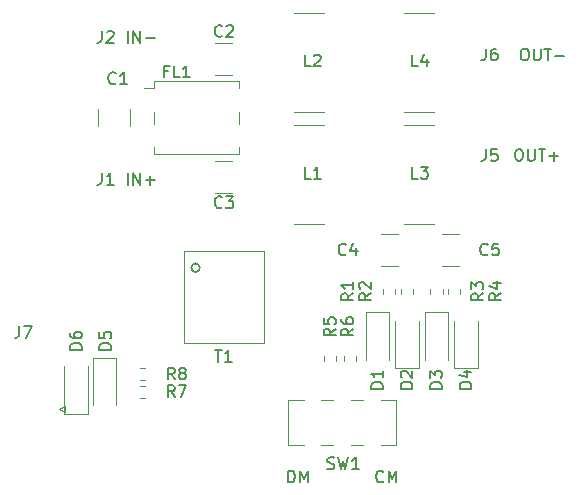
<source format=gbr>
%TF.GenerationSoftware,KiCad,Pcbnew,7.0.8-7.0.8~ubuntu22.04.1*%
%TF.CreationDate,2023-10-20T20:05:54+03:00*%
%TF.ProjectId,lisn,6c69736e-2e6b-4696-9361-645f70636258,rev?*%
%TF.SameCoordinates,PXa6e49c0PY6dac2c0*%
%TF.FileFunction,Legend,Top*%
%TF.FilePolarity,Positive*%
%FSLAX46Y46*%
G04 Gerber Fmt 4.6, Leading zero omitted, Abs format (unit mm)*
G04 Created by KiCad (PCBNEW 7.0.8-7.0.8~ubuntu22.04.1) date 2023-10-20 20:05:54*
%MOMM*%
%LPD*%
G01*
G04 APERTURE LIST*
%ADD10C,0.150000*%
%ADD11C,0.120000*%
G04 APERTURE END LIST*
D10*
X-16491793Y1425420D02*
X-16539412Y1377800D01*
X-16539412Y1377800D02*
X-16682269Y1330181D01*
X-16682269Y1330181D02*
X-16777507Y1330181D01*
X-16777507Y1330181D02*
X-16920364Y1377800D01*
X-16920364Y1377800D02*
X-17015602Y1473039D01*
X-17015602Y1473039D02*
X-17063221Y1568277D01*
X-17063221Y1568277D02*
X-17110840Y1758753D01*
X-17110840Y1758753D02*
X-17110840Y1901610D01*
X-17110840Y1901610D02*
X-17063221Y2092086D01*
X-17063221Y2092086D02*
X-17015602Y2187324D01*
X-17015602Y2187324D02*
X-16920364Y2282562D01*
X-16920364Y2282562D02*
X-16777507Y2330181D01*
X-16777507Y2330181D02*
X-16682269Y2330181D01*
X-16682269Y2330181D02*
X-16539412Y2282562D01*
X-16539412Y2282562D02*
X-16491793Y2234943D01*
X-16063221Y1330181D02*
X-16063221Y2330181D01*
X-16063221Y2330181D02*
X-15729888Y1615896D01*
X-15729888Y1615896D02*
X-15396555Y2330181D01*
X-15396555Y2330181D02*
X-15396555Y1330181D01*
X-24563221Y1330181D02*
X-24563221Y2330181D01*
X-24563221Y2330181D02*
X-24325126Y2330181D01*
X-24325126Y2330181D02*
X-24182269Y2282562D01*
X-24182269Y2282562D02*
X-24087031Y2187324D01*
X-24087031Y2187324D02*
X-24039412Y2092086D01*
X-24039412Y2092086D02*
X-23991793Y1901610D01*
X-23991793Y1901610D02*
X-23991793Y1758753D01*
X-23991793Y1758753D02*
X-24039412Y1568277D01*
X-24039412Y1568277D02*
X-24087031Y1473039D01*
X-24087031Y1473039D02*
X-24182269Y1377800D01*
X-24182269Y1377800D02*
X-24325126Y1330181D01*
X-24325126Y1330181D02*
X-24563221Y1330181D01*
X-23563221Y1330181D02*
X-23563221Y2330181D01*
X-23563221Y2330181D02*
X-23229888Y1615896D01*
X-23229888Y1615896D02*
X-22896555Y2330181D01*
X-22896555Y2330181D02*
X-22896555Y1330181D01*
X-30761905Y12545181D02*
X-30190477Y12545181D01*
X-30476191Y11545181D02*
X-30476191Y12545181D01*
X-29333334Y11545181D02*
X-29904762Y11545181D01*
X-29619048Y11545181D02*
X-29619048Y12545181D01*
X-29619048Y12545181D02*
X-29714286Y12402324D01*
X-29714286Y12402324D02*
X-29809524Y12307086D01*
X-29809524Y12307086D02*
X-29904762Y12259467D01*
X-40333334Y39545181D02*
X-40333334Y38830896D01*
X-40333334Y38830896D02*
X-40380953Y38688039D01*
X-40380953Y38688039D02*
X-40476191Y38592800D01*
X-40476191Y38592800D02*
X-40619048Y38545181D01*
X-40619048Y38545181D02*
X-40714286Y38545181D01*
X-39904762Y39449943D02*
X-39857143Y39497562D01*
X-39857143Y39497562D02*
X-39761905Y39545181D01*
X-39761905Y39545181D02*
X-39523810Y39545181D01*
X-39523810Y39545181D02*
X-39428572Y39497562D01*
X-39428572Y39497562D02*
X-39380953Y39449943D01*
X-39380953Y39449943D02*
X-39333334Y39354705D01*
X-39333334Y39354705D02*
X-39333334Y39259467D01*
X-39333334Y39259467D02*
X-39380953Y39116610D01*
X-39380953Y39116610D02*
X-39952381Y38545181D01*
X-39952381Y38545181D02*
X-39333334Y38545181D01*
X-38142857Y38545181D02*
X-38142857Y39545181D01*
X-37666667Y38545181D02*
X-37666667Y39545181D01*
X-37666667Y39545181D02*
X-37095239Y38545181D01*
X-37095239Y38545181D02*
X-37095239Y39545181D01*
X-36619048Y38926134D02*
X-35857143Y38926134D01*
X-40333334Y27545181D02*
X-40333334Y26830896D01*
X-40333334Y26830896D02*
X-40380953Y26688039D01*
X-40380953Y26688039D02*
X-40476191Y26592800D01*
X-40476191Y26592800D02*
X-40619048Y26545181D01*
X-40619048Y26545181D02*
X-40714286Y26545181D01*
X-39333334Y26545181D02*
X-39904762Y26545181D01*
X-39619048Y26545181D02*
X-39619048Y27545181D01*
X-39619048Y27545181D02*
X-39714286Y27402324D01*
X-39714286Y27402324D02*
X-39809524Y27307086D01*
X-39809524Y27307086D02*
X-39904762Y27259467D01*
X-38142857Y26545181D02*
X-38142857Y27545181D01*
X-37666667Y26545181D02*
X-37666667Y27545181D01*
X-37666667Y27545181D02*
X-37095239Y26545181D01*
X-37095239Y26545181D02*
X-37095239Y27545181D01*
X-36619048Y26926134D02*
X-35857143Y26926134D01*
X-36238096Y26545181D02*
X-36238096Y27307086D01*
X-21233333Y2492800D02*
X-21090476Y2445181D01*
X-21090476Y2445181D02*
X-20852381Y2445181D01*
X-20852381Y2445181D02*
X-20757143Y2492800D01*
X-20757143Y2492800D02*
X-20709524Y2540420D01*
X-20709524Y2540420D02*
X-20661905Y2635658D01*
X-20661905Y2635658D02*
X-20661905Y2730896D01*
X-20661905Y2730896D02*
X-20709524Y2826134D01*
X-20709524Y2826134D02*
X-20757143Y2873753D01*
X-20757143Y2873753D02*
X-20852381Y2921372D01*
X-20852381Y2921372D02*
X-21042857Y2968991D01*
X-21042857Y2968991D02*
X-21138095Y3016610D01*
X-21138095Y3016610D02*
X-21185714Y3064229D01*
X-21185714Y3064229D02*
X-21233333Y3159467D01*
X-21233333Y3159467D02*
X-21233333Y3254705D01*
X-21233333Y3254705D02*
X-21185714Y3349943D01*
X-21185714Y3349943D02*
X-21138095Y3397562D01*
X-21138095Y3397562D02*
X-21042857Y3445181D01*
X-21042857Y3445181D02*
X-20804762Y3445181D01*
X-20804762Y3445181D02*
X-20661905Y3397562D01*
X-20328571Y3445181D02*
X-20090476Y2445181D01*
X-20090476Y2445181D02*
X-19900000Y3159467D01*
X-19900000Y3159467D02*
X-19709524Y2445181D01*
X-19709524Y2445181D02*
X-19471428Y3445181D01*
X-18566667Y2445181D02*
X-19138095Y2445181D01*
X-18852381Y2445181D02*
X-18852381Y3445181D01*
X-18852381Y3445181D02*
X-18947619Y3302324D01*
X-18947619Y3302324D02*
X-19042857Y3207086D01*
X-19042857Y3207086D02*
X-19138095Y3159467D01*
X-34166667Y10045181D02*
X-34500000Y10521372D01*
X-34738095Y10045181D02*
X-34738095Y11045181D01*
X-34738095Y11045181D02*
X-34357143Y11045181D01*
X-34357143Y11045181D02*
X-34261905Y10997562D01*
X-34261905Y10997562D02*
X-34214286Y10949943D01*
X-34214286Y10949943D02*
X-34166667Y10854705D01*
X-34166667Y10854705D02*
X-34166667Y10711848D01*
X-34166667Y10711848D02*
X-34214286Y10616610D01*
X-34214286Y10616610D02*
X-34261905Y10568991D01*
X-34261905Y10568991D02*
X-34357143Y10521372D01*
X-34357143Y10521372D02*
X-34738095Y10521372D01*
X-33595238Y10616610D02*
X-33690476Y10664229D01*
X-33690476Y10664229D02*
X-33738095Y10711848D01*
X-33738095Y10711848D02*
X-33785714Y10807086D01*
X-33785714Y10807086D02*
X-33785714Y10854705D01*
X-33785714Y10854705D02*
X-33738095Y10949943D01*
X-33738095Y10949943D02*
X-33690476Y10997562D01*
X-33690476Y10997562D02*
X-33595238Y11045181D01*
X-33595238Y11045181D02*
X-33404762Y11045181D01*
X-33404762Y11045181D02*
X-33309524Y10997562D01*
X-33309524Y10997562D02*
X-33261905Y10949943D01*
X-33261905Y10949943D02*
X-33214286Y10854705D01*
X-33214286Y10854705D02*
X-33214286Y10807086D01*
X-33214286Y10807086D02*
X-33261905Y10711848D01*
X-33261905Y10711848D02*
X-33309524Y10664229D01*
X-33309524Y10664229D02*
X-33404762Y10616610D01*
X-33404762Y10616610D02*
X-33595238Y10616610D01*
X-33595238Y10616610D02*
X-33690476Y10568991D01*
X-33690476Y10568991D02*
X-33738095Y10521372D01*
X-33738095Y10521372D02*
X-33785714Y10426134D01*
X-33785714Y10426134D02*
X-33785714Y10235658D01*
X-33785714Y10235658D02*
X-33738095Y10140420D01*
X-33738095Y10140420D02*
X-33690476Y10092800D01*
X-33690476Y10092800D02*
X-33595238Y10045181D01*
X-33595238Y10045181D02*
X-33404762Y10045181D01*
X-33404762Y10045181D02*
X-33309524Y10092800D01*
X-33309524Y10092800D02*
X-33261905Y10140420D01*
X-33261905Y10140420D02*
X-33214286Y10235658D01*
X-33214286Y10235658D02*
X-33214286Y10426134D01*
X-33214286Y10426134D02*
X-33261905Y10521372D01*
X-33261905Y10521372D02*
X-33309524Y10568991D01*
X-33309524Y10568991D02*
X-33404762Y10616610D01*
X-34166667Y8545181D02*
X-34500000Y9021372D01*
X-34738095Y8545181D02*
X-34738095Y9545181D01*
X-34738095Y9545181D02*
X-34357143Y9545181D01*
X-34357143Y9545181D02*
X-34261905Y9497562D01*
X-34261905Y9497562D02*
X-34214286Y9449943D01*
X-34214286Y9449943D02*
X-34166667Y9354705D01*
X-34166667Y9354705D02*
X-34166667Y9211848D01*
X-34166667Y9211848D02*
X-34214286Y9116610D01*
X-34214286Y9116610D02*
X-34261905Y9068991D01*
X-34261905Y9068991D02*
X-34357143Y9021372D01*
X-34357143Y9021372D02*
X-34738095Y9021372D01*
X-33833333Y9545181D02*
X-33166667Y9545181D01*
X-33166667Y9545181D02*
X-33595238Y8545181D01*
X-20545181Y14333334D02*
X-21021372Y14000001D01*
X-20545181Y13761906D02*
X-21545181Y13761906D01*
X-21545181Y13761906D02*
X-21545181Y14142858D01*
X-21545181Y14142858D02*
X-21497562Y14238096D01*
X-21497562Y14238096D02*
X-21449943Y14285715D01*
X-21449943Y14285715D02*
X-21354705Y14333334D01*
X-21354705Y14333334D02*
X-21211848Y14333334D01*
X-21211848Y14333334D02*
X-21116610Y14285715D01*
X-21116610Y14285715D02*
X-21068991Y14238096D01*
X-21068991Y14238096D02*
X-21021372Y14142858D01*
X-21021372Y14142858D02*
X-21021372Y13761906D01*
X-21545181Y15238096D02*
X-21545181Y14761906D01*
X-21545181Y14761906D02*
X-21068991Y14714287D01*
X-21068991Y14714287D02*
X-21116610Y14761906D01*
X-21116610Y14761906D02*
X-21164229Y14857144D01*
X-21164229Y14857144D02*
X-21164229Y15095239D01*
X-21164229Y15095239D02*
X-21116610Y15190477D01*
X-21116610Y15190477D02*
X-21068991Y15238096D01*
X-21068991Y15238096D02*
X-20973753Y15285715D01*
X-20973753Y15285715D02*
X-20735658Y15285715D01*
X-20735658Y15285715D02*
X-20640420Y15238096D01*
X-20640420Y15238096D02*
X-20592800Y15190477D01*
X-20592800Y15190477D02*
X-20545181Y15095239D01*
X-20545181Y15095239D02*
X-20545181Y14857144D01*
X-20545181Y14857144D02*
X-20592800Y14761906D01*
X-20592800Y14761906D02*
X-20640420Y14714287D01*
X-6545181Y17333334D02*
X-7021372Y17000001D01*
X-6545181Y16761906D02*
X-7545181Y16761906D01*
X-7545181Y16761906D02*
X-7545181Y17142858D01*
X-7545181Y17142858D02*
X-7497562Y17238096D01*
X-7497562Y17238096D02*
X-7449943Y17285715D01*
X-7449943Y17285715D02*
X-7354705Y17333334D01*
X-7354705Y17333334D02*
X-7211848Y17333334D01*
X-7211848Y17333334D02*
X-7116610Y17285715D01*
X-7116610Y17285715D02*
X-7068991Y17238096D01*
X-7068991Y17238096D02*
X-7021372Y17142858D01*
X-7021372Y17142858D02*
X-7021372Y16761906D01*
X-7211848Y18190477D02*
X-6545181Y18190477D01*
X-7592800Y17952382D02*
X-6878515Y17714287D01*
X-6878515Y17714287D02*
X-6878515Y18333334D01*
X-8045181Y17333334D02*
X-8521372Y17000001D01*
X-8045181Y16761906D02*
X-9045181Y16761906D01*
X-9045181Y16761906D02*
X-9045181Y17142858D01*
X-9045181Y17142858D02*
X-8997562Y17238096D01*
X-8997562Y17238096D02*
X-8949943Y17285715D01*
X-8949943Y17285715D02*
X-8854705Y17333334D01*
X-8854705Y17333334D02*
X-8711848Y17333334D01*
X-8711848Y17333334D02*
X-8616610Y17285715D01*
X-8616610Y17285715D02*
X-8568991Y17238096D01*
X-8568991Y17238096D02*
X-8521372Y17142858D01*
X-8521372Y17142858D02*
X-8521372Y16761906D01*
X-9045181Y17666668D02*
X-9045181Y18285715D01*
X-9045181Y18285715D02*
X-8664229Y17952382D01*
X-8664229Y17952382D02*
X-8664229Y18095239D01*
X-8664229Y18095239D02*
X-8616610Y18190477D01*
X-8616610Y18190477D02*
X-8568991Y18238096D01*
X-8568991Y18238096D02*
X-8473753Y18285715D01*
X-8473753Y18285715D02*
X-8235658Y18285715D01*
X-8235658Y18285715D02*
X-8140420Y18238096D01*
X-8140420Y18238096D02*
X-8092800Y18190477D01*
X-8092800Y18190477D02*
X-8045181Y18095239D01*
X-8045181Y18095239D02*
X-8045181Y17809525D01*
X-8045181Y17809525D02*
X-8092800Y17714287D01*
X-8092800Y17714287D02*
X-8140420Y17666668D01*
X-17545181Y17333334D02*
X-18021372Y17000001D01*
X-17545181Y16761906D02*
X-18545181Y16761906D01*
X-18545181Y16761906D02*
X-18545181Y17142858D01*
X-18545181Y17142858D02*
X-18497562Y17238096D01*
X-18497562Y17238096D02*
X-18449943Y17285715D01*
X-18449943Y17285715D02*
X-18354705Y17333334D01*
X-18354705Y17333334D02*
X-18211848Y17333334D01*
X-18211848Y17333334D02*
X-18116610Y17285715D01*
X-18116610Y17285715D02*
X-18068991Y17238096D01*
X-18068991Y17238096D02*
X-18021372Y17142858D01*
X-18021372Y17142858D02*
X-18021372Y16761906D01*
X-18449943Y17714287D02*
X-18497562Y17761906D01*
X-18497562Y17761906D02*
X-18545181Y17857144D01*
X-18545181Y17857144D02*
X-18545181Y18095239D01*
X-18545181Y18095239D02*
X-18497562Y18190477D01*
X-18497562Y18190477D02*
X-18449943Y18238096D01*
X-18449943Y18238096D02*
X-18354705Y18285715D01*
X-18354705Y18285715D02*
X-18259467Y18285715D01*
X-18259467Y18285715D02*
X-18116610Y18238096D01*
X-18116610Y18238096D02*
X-17545181Y17666668D01*
X-17545181Y17666668D02*
X-17545181Y18285715D01*
X-19045181Y17333334D02*
X-19521372Y17000001D01*
X-19045181Y16761906D02*
X-20045181Y16761906D01*
X-20045181Y16761906D02*
X-20045181Y17142858D01*
X-20045181Y17142858D02*
X-19997562Y17238096D01*
X-19997562Y17238096D02*
X-19949943Y17285715D01*
X-19949943Y17285715D02*
X-19854705Y17333334D01*
X-19854705Y17333334D02*
X-19711848Y17333334D01*
X-19711848Y17333334D02*
X-19616610Y17285715D01*
X-19616610Y17285715D02*
X-19568991Y17238096D01*
X-19568991Y17238096D02*
X-19521372Y17142858D01*
X-19521372Y17142858D02*
X-19521372Y16761906D01*
X-19045181Y18285715D02*
X-19045181Y17714287D01*
X-19045181Y18000001D02*
X-20045181Y18000001D01*
X-20045181Y18000001D02*
X-19902324Y17904763D01*
X-19902324Y17904763D02*
X-19807086Y17809525D01*
X-19807086Y17809525D02*
X-19759467Y17714287D01*
X-13576667Y36545181D02*
X-14052857Y36545181D01*
X-14052857Y36545181D02*
X-14052857Y37545181D01*
X-12814762Y37211848D02*
X-12814762Y36545181D01*
X-13052857Y37592800D02*
X-13290952Y36878515D01*
X-13290952Y36878515D02*
X-12671905Y36878515D01*
X-13576667Y27045181D02*
X-14052857Y27045181D01*
X-14052857Y27045181D02*
X-14052857Y28045181D01*
X-13338571Y28045181D02*
X-12719524Y28045181D01*
X-12719524Y28045181D02*
X-13052857Y27664229D01*
X-13052857Y27664229D02*
X-12910000Y27664229D01*
X-12910000Y27664229D02*
X-12814762Y27616610D01*
X-12814762Y27616610D02*
X-12767143Y27568991D01*
X-12767143Y27568991D02*
X-12719524Y27473753D01*
X-12719524Y27473753D02*
X-12719524Y27235658D01*
X-12719524Y27235658D02*
X-12767143Y27140420D01*
X-12767143Y27140420D02*
X-12814762Y27092800D01*
X-12814762Y27092800D02*
X-12910000Y27045181D01*
X-12910000Y27045181D02*
X-13195714Y27045181D01*
X-13195714Y27045181D02*
X-13290952Y27092800D01*
X-13290952Y27092800D02*
X-13338571Y27140420D01*
X-42045181Y12561906D02*
X-43045181Y12561906D01*
X-43045181Y12561906D02*
X-43045181Y12800001D01*
X-43045181Y12800001D02*
X-42997562Y12942858D01*
X-42997562Y12942858D02*
X-42902324Y13038096D01*
X-42902324Y13038096D02*
X-42807086Y13085715D01*
X-42807086Y13085715D02*
X-42616610Y13133334D01*
X-42616610Y13133334D02*
X-42473753Y13133334D01*
X-42473753Y13133334D02*
X-42283277Y13085715D01*
X-42283277Y13085715D02*
X-42188039Y13038096D01*
X-42188039Y13038096D02*
X-42092800Y12942858D01*
X-42092800Y12942858D02*
X-42045181Y12800001D01*
X-42045181Y12800001D02*
X-42045181Y12561906D01*
X-43045181Y13990477D02*
X-43045181Y13800001D01*
X-43045181Y13800001D02*
X-42997562Y13704763D01*
X-42997562Y13704763D02*
X-42949943Y13657144D01*
X-42949943Y13657144D02*
X-42807086Y13561906D01*
X-42807086Y13561906D02*
X-42616610Y13514287D01*
X-42616610Y13514287D02*
X-42235658Y13514287D01*
X-42235658Y13514287D02*
X-42140420Y13561906D01*
X-42140420Y13561906D02*
X-42092800Y13609525D01*
X-42092800Y13609525D02*
X-42045181Y13704763D01*
X-42045181Y13704763D02*
X-42045181Y13895239D01*
X-42045181Y13895239D02*
X-42092800Y13990477D01*
X-42092800Y13990477D02*
X-42140420Y14038096D01*
X-42140420Y14038096D02*
X-42235658Y14085715D01*
X-42235658Y14085715D02*
X-42473753Y14085715D01*
X-42473753Y14085715D02*
X-42568991Y14038096D01*
X-42568991Y14038096D02*
X-42616610Y13990477D01*
X-42616610Y13990477D02*
X-42664229Y13895239D01*
X-42664229Y13895239D02*
X-42664229Y13704763D01*
X-42664229Y13704763D02*
X-42616610Y13609525D01*
X-42616610Y13609525D02*
X-42568991Y13561906D01*
X-42568991Y13561906D02*
X-42473753Y13514287D01*
X-39545181Y12561906D02*
X-40545181Y12561906D01*
X-40545181Y12561906D02*
X-40545181Y12800001D01*
X-40545181Y12800001D02*
X-40497562Y12942858D01*
X-40497562Y12942858D02*
X-40402324Y13038096D01*
X-40402324Y13038096D02*
X-40307086Y13085715D01*
X-40307086Y13085715D02*
X-40116610Y13133334D01*
X-40116610Y13133334D02*
X-39973753Y13133334D01*
X-39973753Y13133334D02*
X-39783277Y13085715D01*
X-39783277Y13085715D02*
X-39688039Y13038096D01*
X-39688039Y13038096D02*
X-39592800Y12942858D01*
X-39592800Y12942858D02*
X-39545181Y12800001D01*
X-39545181Y12800001D02*
X-39545181Y12561906D01*
X-40545181Y14038096D02*
X-40545181Y13561906D01*
X-40545181Y13561906D02*
X-40068991Y13514287D01*
X-40068991Y13514287D02*
X-40116610Y13561906D01*
X-40116610Y13561906D02*
X-40164229Y13657144D01*
X-40164229Y13657144D02*
X-40164229Y13895239D01*
X-40164229Y13895239D02*
X-40116610Y13990477D01*
X-40116610Y13990477D02*
X-40068991Y14038096D01*
X-40068991Y14038096D02*
X-39973753Y14085715D01*
X-39973753Y14085715D02*
X-39735658Y14085715D01*
X-39735658Y14085715D02*
X-39640420Y14038096D01*
X-39640420Y14038096D02*
X-39592800Y13990477D01*
X-39592800Y13990477D02*
X-39545181Y13895239D01*
X-39545181Y13895239D02*
X-39545181Y13657144D01*
X-39545181Y13657144D02*
X-39592800Y13561906D01*
X-39592800Y13561906D02*
X-39640420Y13514287D01*
X-9045181Y9261906D02*
X-10045181Y9261906D01*
X-10045181Y9261906D02*
X-10045181Y9500001D01*
X-10045181Y9500001D02*
X-9997562Y9642858D01*
X-9997562Y9642858D02*
X-9902324Y9738096D01*
X-9902324Y9738096D02*
X-9807086Y9785715D01*
X-9807086Y9785715D02*
X-9616610Y9833334D01*
X-9616610Y9833334D02*
X-9473753Y9833334D01*
X-9473753Y9833334D02*
X-9283277Y9785715D01*
X-9283277Y9785715D02*
X-9188039Y9738096D01*
X-9188039Y9738096D02*
X-9092800Y9642858D01*
X-9092800Y9642858D02*
X-9045181Y9500001D01*
X-9045181Y9500001D02*
X-9045181Y9261906D01*
X-9711848Y10690477D02*
X-9045181Y10690477D01*
X-10092800Y10452382D02*
X-9378515Y10214287D01*
X-9378515Y10214287D02*
X-9378515Y10833334D01*
X-11545181Y9261906D02*
X-12545181Y9261906D01*
X-12545181Y9261906D02*
X-12545181Y9500001D01*
X-12545181Y9500001D02*
X-12497562Y9642858D01*
X-12497562Y9642858D02*
X-12402324Y9738096D01*
X-12402324Y9738096D02*
X-12307086Y9785715D01*
X-12307086Y9785715D02*
X-12116610Y9833334D01*
X-12116610Y9833334D02*
X-11973753Y9833334D01*
X-11973753Y9833334D02*
X-11783277Y9785715D01*
X-11783277Y9785715D02*
X-11688039Y9738096D01*
X-11688039Y9738096D02*
X-11592800Y9642858D01*
X-11592800Y9642858D02*
X-11545181Y9500001D01*
X-11545181Y9500001D02*
X-11545181Y9261906D01*
X-12545181Y10166668D02*
X-12545181Y10785715D01*
X-12545181Y10785715D02*
X-12164229Y10452382D01*
X-12164229Y10452382D02*
X-12164229Y10595239D01*
X-12164229Y10595239D02*
X-12116610Y10690477D01*
X-12116610Y10690477D02*
X-12068991Y10738096D01*
X-12068991Y10738096D02*
X-11973753Y10785715D01*
X-11973753Y10785715D02*
X-11735658Y10785715D01*
X-11735658Y10785715D02*
X-11640420Y10738096D01*
X-11640420Y10738096D02*
X-11592800Y10690477D01*
X-11592800Y10690477D02*
X-11545181Y10595239D01*
X-11545181Y10595239D02*
X-11545181Y10309525D01*
X-11545181Y10309525D02*
X-11592800Y10214287D01*
X-11592800Y10214287D02*
X-11640420Y10166668D01*
X-14045181Y9261906D02*
X-15045181Y9261906D01*
X-15045181Y9261906D02*
X-15045181Y9500001D01*
X-15045181Y9500001D02*
X-14997562Y9642858D01*
X-14997562Y9642858D02*
X-14902324Y9738096D01*
X-14902324Y9738096D02*
X-14807086Y9785715D01*
X-14807086Y9785715D02*
X-14616610Y9833334D01*
X-14616610Y9833334D02*
X-14473753Y9833334D01*
X-14473753Y9833334D02*
X-14283277Y9785715D01*
X-14283277Y9785715D02*
X-14188039Y9738096D01*
X-14188039Y9738096D02*
X-14092800Y9642858D01*
X-14092800Y9642858D02*
X-14045181Y9500001D01*
X-14045181Y9500001D02*
X-14045181Y9261906D01*
X-14949943Y10214287D02*
X-14997562Y10261906D01*
X-14997562Y10261906D02*
X-15045181Y10357144D01*
X-15045181Y10357144D02*
X-15045181Y10595239D01*
X-15045181Y10595239D02*
X-14997562Y10690477D01*
X-14997562Y10690477D02*
X-14949943Y10738096D01*
X-14949943Y10738096D02*
X-14854705Y10785715D01*
X-14854705Y10785715D02*
X-14759467Y10785715D01*
X-14759467Y10785715D02*
X-14616610Y10738096D01*
X-14616610Y10738096D02*
X-14045181Y10166668D01*
X-14045181Y10166668D02*
X-14045181Y10785715D01*
X-16545181Y9261906D02*
X-17545181Y9261906D01*
X-17545181Y9261906D02*
X-17545181Y9500001D01*
X-17545181Y9500001D02*
X-17497562Y9642858D01*
X-17497562Y9642858D02*
X-17402324Y9738096D01*
X-17402324Y9738096D02*
X-17307086Y9785715D01*
X-17307086Y9785715D02*
X-17116610Y9833334D01*
X-17116610Y9833334D02*
X-16973753Y9833334D01*
X-16973753Y9833334D02*
X-16783277Y9785715D01*
X-16783277Y9785715D02*
X-16688039Y9738096D01*
X-16688039Y9738096D02*
X-16592800Y9642858D01*
X-16592800Y9642858D02*
X-16545181Y9500001D01*
X-16545181Y9500001D02*
X-16545181Y9261906D01*
X-16545181Y10785715D02*
X-16545181Y10214287D01*
X-16545181Y10500001D02*
X-17545181Y10500001D01*
X-17545181Y10500001D02*
X-17402324Y10404763D01*
X-17402324Y10404763D02*
X-17307086Y10309525D01*
X-17307086Y10309525D02*
X-17259467Y10214287D01*
X-19045181Y14333334D02*
X-19521372Y14000001D01*
X-19045181Y13761906D02*
X-20045181Y13761906D01*
X-20045181Y13761906D02*
X-20045181Y14142858D01*
X-20045181Y14142858D02*
X-19997562Y14238096D01*
X-19997562Y14238096D02*
X-19949943Y14285715D01*
X-19949943Y14285715D02*
X-19854705Y14333334D01*
X-19854705Y14333334D02*
X-19711848Y14333334D01*
X-19711848Y14333334D02*
X-19616610Y14285715D01*
X-19616610Y14285715D02*
X-19568991Y14238096D01*
X-19568991Y14238096D02*
X-19521372Y14142858D01*
X-19521372Y14142858D02*
X-19521372Y13761906D01*
X-20045181Y15190477D02*
X-20045181Y15000001D01*
X-20045181Y15000001D02*
X-19997562Y14904763D01*
X-19997562Y14904763D02*
X-19949943Y14857144D01*
X-19949943Y14857144D02*
X-19807086Y14761906D01*
X-19807086Y14761906D02*
X-19616610Y14714287D01*
X-19616610Y14714287D02*
X-19235658Y14714287D01*
X-19235658Y14714287D02*
X-19140420Y14761906D01*
X-19140420Y14761906D02*
X-19092800Y14809525D01*
X-19092800Y14809525D02*
X-19045181Y14904763D01*
X-19045181Y14904763D02*
X-19045181Y15095239D01*
X-19045181Y15095239D02*
X-19092800Y15190477D01*
X-19092800Y15190477D02*
X-19140420Y15238096D01*
X-19140420Y15238096D02*
X-19235658Y15285715D01*
X-19235658Y15285715D02*
X-19473753Y15285715D01*
X-19473753Y15285715D02*
X-19568991Y15238096D01*
X-19568991Y15238096D02*
X-19616610Y15190477D01*
X-19616610Y15190477D02*
X-19664229Y15095239D01*
X-19664229Y15095239D02*
X-19664229Y14904763D01*
X-19664229Y14904763D02*
X-19616610Y14809525D01*
X-19616610Y14809525D02*
X-19568991Y14761906D01*
X-19568991Y14761906D02*
X-19473753Y14714287D01*
X-22666667Y36545181D02*
X-23142857Y36545181D01*
X-23142857Y36545181D02*
X-23142857Y37545181D01*
X-22380952Y37449943D02*
X-22333333Y37497562D01*
X-22333333Y37497562D02*
X-22238095Y37545181D01*
X-22238095Y37545181D02*
X-22000000Y37545181D01*
X-22000000Y37545181D02*
X-21904762Y37497562D01*
X-21904762Y37497562D02*
X-21857143Y37449943D01*
X-21857143Y37449943D02*
X-21809524Y37354705D01*
X-21809524Y37354705D02*
X-21809524Y37259467D01*
X-21809524Y37259467D02*
X-21857143Y37116610D01*
X-21857143Y37116610D02*
X-22428571Y36545181D01*
X-22428571Y36545181D02*
X-21809524Y36545181D01*
X-22666667Y27045181D02*
X-23142857Y27045181D01*
X-23142857Y27045181D02*
X-23142857Y28045181D01*
X-21809524Y27045181D02*
X-22380952Y27045181D01*
X-22095238Y27045181D02*
X-22095238Y28045181D01*
X-22095238Y28045181D02*
X-22190476Y27902324D01*
X-22190476Y27902324D02*
X-22285714Y27807086D01*
X-22285714Y27807086D02*
X-22380952Y27759467D01*
X-7833334Y38045181D02*
X-7833334Y37330896D01*
X-7833334Y37330896D02*
X-7880953Y37188039D01*
X-7880953Y37188039D02*
X-7976191Y37092800D01*
X-7976191Y37092800D02*
X-8119048Y37045181D01*
X-8119048Y37045181D02*
X-8214286Y37045181D01*
X-6928572Y38045181D02*
X-7119048Y38045181D01*
X-7119048Y38045181D02*
X-7214286Y37997562D01*
X-7214286Y37997562D02*
X-7261905Y37949943D01*
X-7261905Y37949943D02*
X-7357143Y37807086D01*
X-7357143Y37807086D02*
X-7404762Y37616610D01*
X-7404762Y37616610D02*
X-7404762Y37235658D01*
X-7404762Y37235658D02*
X-7357143Y37140420D01*
X-7357143Y37140420D02*
X-7309524Y37092800D01*
X-7309524Y37092800D02*
X-7214286Y37045181D01*
X-7214286Y37045181D02*
X-7023810Y37045181D01*
X-7023810Y37045181D02*
X-6928572Y37092800D01*
X-6928572Y37092800D02*
X-6880953Y37140420D01*
X-6880953Y37140420D02*
X-6833334Y37235658D01*
X-6833334Y37235658D02*
X-6833334Y37473753D01*
X-6833334Y37473753D02*
X-6880953Y37568991D01*
X-6880953Y37568991D02*
X-6928572Y37616610D01*
X-6928572Y37616610D02*
X-7023810Y37664229D01*
X-7023810Y37664229D02*
X-7214286Y37664229D01*
X-7214286Y37664229D02*
X-7309524Y37616610D01*
X-7309524Y37616610D02*
X-7357143Y37568991D01*
X-7357143Y37568991D02*
X-7404762Y37473753D01*
X-4619048Y38045181D02*
X-4428572Y38045181D01*
X-4428572Y38045181D02*
X-4333334Y37997562D01*
X-4333334Y37997562D02*
X-4238096Y37902324D01*
X-4238096Y37902324D02*
X-4190477Y37711848D01*
X-4190477Y37711848D02*
X-4190477Y37378515D01*
X-4190477Y37378515D02*
X-4238096Y37188039D01*
X-4238096Y37188039D02*
X-4333334Y37092800D01*
X-4333334Y37092800D02*
X-4428572Y37045181D01*
X-4428572Y37045181D02*
X-4619048Y37045181D01*
X-4619048Y37045181D02*
X-4714286Y37092800D01*
X-4714286Y37092800D02*
X-4809524Y37188039D01*
X-4809524Y37188039D02*
X-4857143Y37378515D01*
X-4857143Y37378515D02*
X-4857143Y37711848D01*
X-4857143Y37711848D02*
X-4809524Y37902324D01*
X-4809524Y37902324D02*
X-4714286Y37997562D01*
X-4714286Y37997562D02*
X-4619048Y38045181D01*
X-3761905Y38045181D02*
X-3761905Y37235658D01*
X-3761905Y37235658D02*
X-3714286Y37140420D01*
X-3714286Y37140420D02*
X-3666667Y37092800D01*
X-3666667Y37092800D02*
X-3571429Y37045181D01*
X-3571429Y37045181D02*
X-3380953Y37045181D01*
X-3380953Y37045181D02*
X-3285715Y37092800D01*
X-3285715Y37092800D02*
X-3238096Y37140420D01*
X-3238096Y37140420D02*
X-3190477Y37235658D01*
X-3190477Y37235658D02*
X-3190477Y38045181D01*
X-2857143Y38045181D02*
X-2285715Y38045181D01*
X-2571429Y37045181D02*
X-2571429Y38045181D01*
X-1952381Y37426134D02*
X-1190476Y37426134D01*
X-7833334Y29545181D02*
X-7833334Y28830896D01*
X-7833334Y28830896D02*
X-7880953Y28688039D01*
X-7880953Y28688039D02*
X-7976191Y28592800D01*
X-7976191Y28592800D02*
X-8119048Y28545181D01*
X-8119048Y28545181D02*
X-8214286Y28545181D01*
X-6880953Y29545181D02*
X-7357143Y29545181D01*
X-7357143Y29545181D02*
X-7404762Y29068991D01*
X-7404762Y29068991D02*
X-7357143Y29116610D01*
X-7357143Y29116610D02*
X-7261905Y29164229D01*
X-7261905Y29164229D02*
X-7023810Y29164229D01*
X-7023810Y29164229D02*
X-6928572Y29116610D01*
X-6928572Y29116610D02*
X-6880953Y29068991D01*
X-6880953Y29068991D02*
X-6833334Y28973753D01*
X-6833334Y28973753D02*
X-6833334Y28735658D01*
X-6833334Y28735658D02*
X-6880953Y28640420D01*
X-6880953Y28640420D02*
X-6928572Y28592800D01*
X-6928572Y28592800D02*
X-7023810Y28545181D01*
X-7023810Y28545181D02*
X-7261905Y28545181D01*
X-7261905Y28545181D02*
X-7357143Y28592800D01*
X-7357143Y28592800D02*
X-7404762Y28640420D01*
X-5119048Y29545181D02*
X-4928572Y29545181D01*
X-4928572Y29545181D02*
X-4833334Y29497562D01*
X-4833334Y29497562D02*
X-4738096Y29402324D01*
X-4738096Y29402324D02*
X-4690477Y29211848D01*
X-4690477Y29211848D02*
X-4690477Y28878515D01*
X-4690477Y28878515D02*
X-4738096Y28688039D01*
X-4738096Y28688039D02*
X-4833334Y28592800D01*
X-4833334Y28592800D02*
X-4928572Y28545181D01*
X-4928572Y28545181D02*
X-5119048Y28545181D01*
X-5119048Y28545181D02*
X-5214286Y28592800D01*
X-5214286Y28592800D02*
X-5309524Y28688039D01*
X-5309524Y28688039D02*
X-5357143Y28878515D01*
X-5357143Y28878515D02*
X-5357143Y29211848D01*
X-5357143Y29211848D02*
X-5309524Y29402324D01*
X-5309524Y29402324D02*
X-5214286Y29497562D01*
X-5214286Y29497562D02*
X-5119048Y29545181D01*
X-4261905Y29545181D02*
X-4261905Y28735658D01*
X-4261905Y28735658D02*
X-4214286Y28640420D01*
X-4214286Y28640420D02*
X-4166667Y28592800D01*
X-4166667Y28592800D02*
X-4071429Y28545181D01*
X-4071429Y28545181D02*
X-3880953Y28545181D01*
X-3880953Y28545181D02*
X-3785715Y28592800D01*
X-3785715Y28592800D02*
X-3738096Y28640420D01*
X-3738096Y28640420D02*
X-3690477Y28735658D01*
X-3690477Y28735658D02*
X-3690477Y29545181D01*
X-3357143Y29545181D02*
X-2785715Y29545181D01*
X-3071429Y28545181D02*
X-3071429Y29545181D01*
X-2452381Y28926134D02*
X-1690476Y28926134D01*
X-2071429Y28545181D02*
X-2071429Y29307086D01*
X-47333334Y14545181D02*
X-47333334Y13830896D01*
X-47333334Y13830896D02*
X-47380953Y13688039D01*
X-47380953Y13688039D02*
X-47476191Y13592800D01*
X-47476191Y13592800D02*
X-47619048Y13545181D01*
X-47619048Y13545181D02*
X-47714286Y13545181D01*
X-46952381Y14545181D02*
X-46285715Y14545181D01*
X-46285715Y14545181D02*
X-46714286Y13545181D01*
X-34738096Y36138991D02*
X-35071429Y36138991D01*
X-35071429Y35615181D02*
X-35071429Y36615181D01*
X-35071429Y36615181D02*
X-34595239Y36615181D01*
X-33738096Y35615181D02*
X-34214286Y35615181D01*
X-34214286Y35615181D02*
X-34214286Y36615181D01*
X-32880953Y35615181D02*
X-33452381Y35615181D01*
X-33166667Y35615181D02*
X-33166667Y36615181D01*
X-33166667Y36615181D02*
X-33261905Y36472324D01*
X-33261905Y36472324D02*
X-33357143Y36377086D01*
X-33357143Y36377086D02*
X-33452381Y36329467D01*
X-7666667Y20640420D02*
X-7714286Y20592800D01*
X-7714286Y20592800D02*
X-7857143Y20545181D01*
X-7857143Y20545181D02*
X-7952381Y20545181D01*
X-7952381Y20545181D02*
X-8095238Y20592800D01*
X-8095238Y20592800D02*
X-8190476Y20688039D01*
X-8190476Y20688039D02*
X-8238095Y20783277D01*
X-8238095Y20783277D02*
X-8285714Y20973753D01*
X-8285714Y20973753D02*
X-8285714Y21116610D01*
X-8285714Y21116610D02*
X-8238095Y21307086D01*
X-8238095Y21307086D02*
X-8190476Y21402324D01*
X-8190476Y21402324D02*
X-8095238Y21497562D01*
X-8095238Y21497562D02*
X-7952381Y21545181D01*
X-7952381Y21545181D02*
X-7857143Y21545181D01*
X-7857143Y21545181D02*
X-7714286Y21497562D01*
X-7714286Y21497562D02*
X-7666667Y21449943D01*
X-6761905Y21545181D02*
X-7238095Y21545181D01*
X-7238095Y21545181D02*
X-7285714Y21068991D01*
X-7285714Y21068991D02*
X-7238095Y21116610D01*
X-7238095Y21116610D02*
X-7142857Y21164229D01*
X-7142857Y21164229D02*
X-6904762Y21164229D01*
X-6904762Y21164229D02*
X-6809524Y21116610D01*
X-6809524Y21116610D02*
X-6761905Y21068991D01*
X-6761905Y21068991D02*
X-6714286Y20973753D01*
X-6714286Y20973753D02*
X-6714286Y20735658D01*
X-6714286Y20735658D02*
X-6761905Y20640420D01*
X-6761905Y20640420D02*
X-6809524Y20592800D01*
X-6809524Y20592800D02*
X-6904762Y20545181D01*
X-6904762Y20545181D02*
X-7142857Y20545181D01*
X-7142857Y20545181D02*
X-7238095Y20592800D01*
X-7238095Y20592800D02*
X-7285714Y20640420D01*
X-19666667Y20640420D02*
X-19714286Y20592800D01*
X-19714286Y20592800D02*
X-19857143Y20545181D01*
X-19857143Y20545181D02*
X-19952381Y20545181D01*
X-19952381Y20545181D02*
X-20095238Y20592800D01*
X-20095238Y20592800D02*
X-20190476Y20688039D01*
X-20190476Y20688039D02*
X-20238095Y20783277D01*
X-20238095Y20783277D02*
X-20285714Y20973753D01*
X-20285714Y20973753D02*
X-20285714Y21116610D01*
X-20285714Y21116610D02*
X-20238095Y21307086D01*
X-20238095Y21307086D02*
X-20190476Y21402324D01*
X-20190476Y21402324D02*
X-20095238Y21497562D01*
X-20095238Y21497562D02*
X-19952381Y21545181D01*
X-19952381Y21545181D02*
X-19857143Y21545181D01*
X-19857143Y21545181D02*
X-19714286Y21497562D01*
X-19714286Y21497562D02*
X-19666667Y21449943D01*
X-18809524Y21211848D02*
X-18809524Y20545181D01*
X-19047619Y21592800D02*
X-19285714Y20878515D01*
X-19285714Y20878515D02*
X-18666667Y20878515D01*
X-30166667Y24640420D02*
X-30214286Y24592800D01*
X-30214286Y24592800D02*
X-30357143Y24545181D01*
X-30357143Y24545181D02*
X-30452381Y24545181D01*
X-30452381Y24545181D02*
X-30595238Y24592800D01*
X-30595238Y24592800D02*
X-30690476Y24688039D01*
X-30690476Y24688039D02*
X-30738095Y24783277D01*
X-30738095Y24783277D02*
X-30785714Y24973753D01*
X-30785714Y24973753D02*
X-30785714Y25116610D01*
X-30785714Y25116610D02*
X-30738095Y25307086D01*
X-30738095Y25307086D02*
X-30690476Y25402324D01*
X-30690476Y25402324D02*
X-30595238Y25497562D01*
X-30595238Y25497562D02*
X-30452381Y25545181D01*
X-30452381Y25545181D02*
X-30357143Y25545181D01*
X-30357143Y25545181D02*
X-30214286Y25497562D01*
X-30214286Y25497562D02*
X-30166667Y25449943D01*
X-29833333Y25545181D02*
X-29214286Y25545181D01*
X-29214286Y25545181D02*
X-29547619Y25164229D01*
X-29547619Y25164229D02*
X-29404762Y25164229D01*
X-29404762Y25164229D02*
X-29309524Y25116610D01*
X-29309524Y25116610D02*
X-29261905Y25068991D01*
X-29261905Y25068991D02*
X-29214286Y24973753D01*
X-29214286Y24973753D02*
X-29214286Y24735658D01*
X-29214286Y24735658D02*
X-29261905Y24640420D01*
X-29261905Y24640420D02*
X-29309524Y24592800D01*
X-29309524Y24592800D02*
X-29404762Y24545181D01*
X-29404762Y24545181D02*
X-29690476Y24545181D01*
X-29690476Y24545181D02*
X-29785714Y24592800D01*
X-29785714Y24592800D02*
X-29833333Y24640420D01*
X-30166667Y39140420D02*
X-30214286Y39092800D01*
X-30214286Y39092800D02*
X-30357143Y39045181D01*
X-30357143Y39045181D02*
X-30452381Y39045181D01*
X-30452381Y39045181D02*
X-30595238Y39092800D01*
X-30595238Y39092800D02*
X-30690476Y39188039D01*
X-30690476Y39188039D02*
X-30738095Y39283277D01*
X-30738095Y39283277D02*
X-30785714Y39473753D01*
X-30785714Y39473753D02*
X-30785714Y39616610D01*
X-30785714Y39616610D02*
X-30738095Y39807086D01*
X-30738095Y39807086D02*
X-30690476Y39902324D01*
X-30690476Y39902324D02*
X-30595238Y39997562D01*
X-30595238Y39997562D02*
X-30452381Y40045181D01*
X-30452381Y40045181D02*
X-30357143Y40045181D01*
X-30357143Y40045181D02*
X-30214286Y39997562D01*
X-30214286Y39997562D02*
X-30166667Y39949943D01*
X-29785714Y39949943D02*
X-29738095Y39997562D01*
X-29738095Y39997562D02*
X-29642857Y40045181D01*
X-29642857Y40045181D02*
X-29404762Y40045181D01*
X-29404762Y40045181D02*
X-29309524Y39997562D01*
X-29309524Y39997562D02*
X-29261905Y39949943D01*
X-29261905Y39949943D02*
X-29214286Y39854705D01*
X-29214286Y39854705D02*
X-29214286Y39759467D01*
X-29214286Y39759467D02*
X-29261905Y39616610D01*
X-29261905Y39616610D02*
X-29833333Y39045181D01*
X-29833333Y39045181D02*
X-29214286Y39045181D01*
X-39166667Y35140420D02*
X-39214286Y35092800D01*
X-39214286Y35092800D02*
X-39357143Y35045181D01*
X-39357143Y35045181D02*
X-39452381Y35045181D01*
X-39452381Y35045181D02*
X-39595238Y35092800D01*
X-39595238Y35092800D02*
X-39690476Y35188039D01*
X-39690476Y35188039D02*
X-39738095Y35283277D01*
X-39738095Y35283277D02*
X-39785714Y35473753D01*
X-39785714Y35473753D02*
X-39785714Y35616610D01*
X-39785714Y35616610D02*
X-39738095Y35807086D01*
X-39738095Y35807086D02*
X-39690476Y35902324D01*
X-39690476Y35902324D02*
X-39595238Y35997562D01*
X-39595238Y35997562D02*
X-39452381Y36045181D01*
X-39452381Y36045181D02*
X-39357143Y36045181D01*
X-39357143Y36045181D02*
X-39214286Y35997562D01*
X-39214286Y35997562D02*
X-39166667Y35949943D01*
X-38214286Y35045181D02*
X-38785714Y35045181D01*
X-38500000Y35045181D02*
X-38500000Y36045181D01*
X-38500000Y36045181D02*
X-38595238Y35902324D01*
X-38595238Y35902324D02*
X-38690476Y35807086D01*
X-38690476Y35807086D02*
X-38785714Y35759467D01*
D11*
%TO.C,T1*%
X-33400000Y20900000D02*
X-26600000Y20900000D01*
X-33400000Y13100000D02*
X-33400000Y20900000D01*
X-26600000Y20900000D02*
X-26600000Y13100000D01*
X-26600000Y13100000D02*
X-33400000Y13100000D01*
D10*
X-32039445Y19500000D02*
G75*
G03*
X-32039445Y19500000I-360555J0D01*
G01*
D11*
%TO.C,SW1*%
X-15390000Y4490000D02*
X-15390000Y8310000D01*
X-15390000Y8310000D02*
X-16740000Y8310000D01*
X-16740000Y4490000D02*
X-15390000Y4490000D01*
X-19240000Y4490000D02*
X-18260000Y4490000D01*
X-19240000Y8310000D02*
X-18260000Y8310000D01*
X-21740000Y4490000D02*
X-20760000Y4490000D01*
X-21740000Y8310000D02*
X-20760000Y8310000D01*
X-24610000Y4490000D02*
X-23260000Y4490000D01*
X-24610000Y4490000D02*
X-24610000Y8310000D01*
X-24610000Y8310000D02*
X-23260000Y8310000D01*
%TO.C,R8*%
X-36662742Y11022500D02*
X-37137258Y11022500D01*
X-36662742Y9977500D02*
X-37137258Y9977500D01*
%TO.C,R7*%
X-36662742Y9522500D02*
X-37137258Y9522500D01*
X-36662742Y8477500D02*
X-37137258Y8477500D01*
%TO.C,R5*%
X-20477500Y11562742D02*
X-20477500Y12037258D01*
X-21522500Y11562742D02*
X-21522500Y12037258D01*
%TO.C,R4*%
X-9977500Y17737258D02*
X-9977500Y17262742D01*
X-11022500Y17737258D02*
X-11022500Y17262742D01*
%TO.C,R3*%
X-11477500Y17737258D02*
X-11477500Y17262742D01*
X-12522500Y17737258D02*
X-12522500Y17262742D01*
%TO.C,R2*%
X-15022500Y17737258D02*
X-15022500Y17262742D01*
X-13977500Y17737258D02*
X-13977500Y17262742D01*
%TO.C,R1*%
X-16522500Y17737258D02*
X-16522500Y17262742D01*
X-15477500Y17737258D02*
X-15477500Y17262742D01*
%TO.C,L4*%
X-12250000Y41100000D02*
X-14750000Y41100000D01*
X-14750000Y32700000D02*
X-12250000Y32700000D01*
%TO.C,L3*%
X-12250000Y31600000D02*
X-14750000Y31600000D01*
X-14750000Y23200000D02*
X-12250000Y23200000D01*
%TO.C,D6*%
X-41500000Y7140000D02*
X-41500000Y11150000D01*
X-43500000Y7140000D02*
X-43500000Y11150000D01*
X-43500000Y7140000D02*
X-41500000Y7140000D01*
%TO.C,D5*%
X-41100000Y11860000D02*
X-41100000Y7850000D01*
X-39100000Y11860000D02*
X-39100000Y7850000D01*
X-39100000Y11860000D02*
X-41100000Y11860000D01*
%TO.C,D4*%
X-8500000Y10990000D02*
X-8500000Y15000000D01*
X-10500000Y10990000D02*
X-10500000Y15000000D01*
X-10500000Y10990000D02*
X-8500000Y10990000D01*
%TO.C,D3*%
X-11000000Y15710000D02*
X-13000000Y15710000D01*
X-11000000Y15710000D02*
X-11000000Y11700000D01*
X-13000000Y15710000D02*
X-13000000Y11700000D01*
%TO.C,D2*%
X-13500000Y10990000D02*
X-13500000Y15000000D01*
X-15500000Y10990000D02*
X-15500000Y15000000D01*
X-15500000Y10990000D02*
X-13500000Y10990000D01*
%TO.C,D1*%
X-18000000Y15710000D02*
X-18000000Y11700000D01*
X-16000000Y15710000D02*
X-16000000Y11700000D01*
X-16000000Y15710000D02*
X-18000000Y15710000D01*
%TO.C,R6*%
X-18777500Y12037258D02*
X-18777500Y11562742D01*
X-19822500Y12037258D02*
X-19822500Y11562742D01*
%TO.C,L2*%
X-21550000Y41100000D02*
X-24050000Y41100000D01*
X-24050000Y32700000D02*
X-21550000Y32700000D01*
%TO.C,L1*%
X-21550000Y31600000D02*
X-24050000Y31600000D01*
X-24050000Y23200000D02*
X-21550000Y23200000D01*
%TO.C,J7*%
X-43427500Y7750000D02*
X-43927500Y7500000D01*
X-43427500Y7250000D02*
X-43427500Y7750000D01*
X-43927500Y7500000D02*
X-43427500Y7250000D01*
%TO.C,FL1*%
X-35910000Y35310000D02*
X-28690000Y35310000D01*
X-35910000Y34710000D02*
X-36800000Y34710000D01*
X-35910000Y34710000D02*
X-35910000Y35310000D01*
X-35910000Y31710000D02*
X-35910000Y32690000D01*
X-35910000Y29090000D02*
X-35910000Y29690000D01*
X-35910000Y29090000D02*
X-28690000Y29090000D01*
X-28690000Y34710000D02*
X-28690000Y35310000D01*
X-28690000Y31710000D02*
X-28690000Y32690000D01*
X-28690000Y29090000D02*
X-28690000Y29690000D01*
%TO.C,C5*%
X-10088748Y19640000D02*
X-11511252Y19640000D01*
X-10088748Y22360000D02*
X-11511252Y22360000D01*
%TO.C,C4*%
X-15288748Y22360000D02*
X-16711252Y22360000D01*
X-15288748Y19640000D02*
X-16711252Y19640000D01*
%TO.C,C3*%
X-29288748Y25840000D02*
X-30711252Y25840000D01*
X-29288748Y28560000D02*
X-30711252Y28560000D01*
%TO.C,C2*%
X-29288748Y38560000D02*
X-30711252Y38560000D01*
X-29288748Y35840000D02*
X-30711252Y35840000D01*
%TO.C,C1*%
X-40660000Y31488748D02*
X-40660000Y32911252D01*
X-37940000Y31488748D02*
X-37940000Y32911252D01*
%TD*%
M02*

</source>
